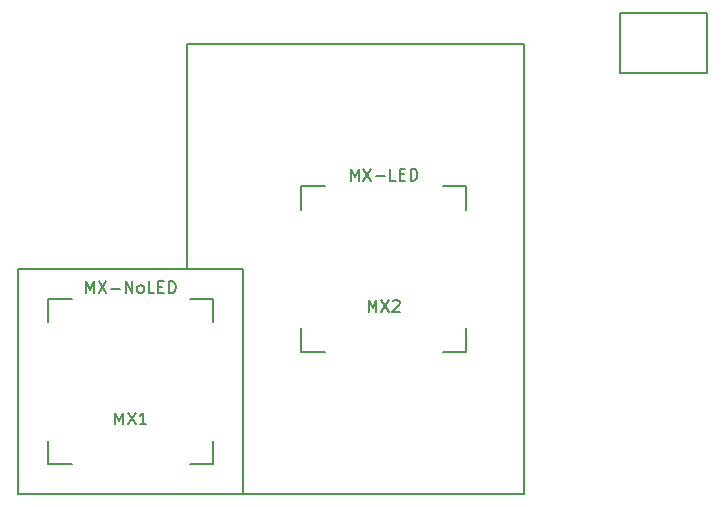
<source format=gbr>
G04 #@! TF.GenerationSoftware,KiCad,Pcbnew,(5.1.4)-1*
G04 #@! TF.CreationDate,2019-12-08T17:57:44-07:00*
G04 #@! TF.ProjectId,BAEmacropad,4241456d-6163-4726-9f70-61642e6b6963,rev?*
G04 #@! TF.SameCoordinates,Original*
G04 #@! TF.FileFunction,Drawing*
%FSLAX46Y46*%
G04 Gerber Fmt 4.6, Leading zero omitted, Abs format (unit mm)*
G04 Created by KiCad (PCBNEW (5.1.4)-1) date 2019-12-08 17:57:44*
%MOMM*%
%LPD*%
G04 APERTURE LIST*
%ADD10C,0.150000*%
%ADD11C,0.200000*%
G04 APERTURE END LIST*
D10*
X59531250Y-71437500D02*
X59531250Y-90487500D01*
X64293750Y-109537500D02*
X88106250Y-109537500D01*
X88106250Y-71437500D02*
X88106250Y-109537500D01*
X59531250Y-71437500D02*
X88106250Y-71437500D01*
X69200000Y-83487500D02*
X69200000Y-85487500D01*
X71200000Y-83487500D02*
X69200000Y-83487500D01*
X69200000Y-97487500D02*
X71200000Y-97487500D01*
X69200000Y-95487500D02*
X69200000Y-97487500D01*
X83200000Y-97487500D02*
X83200000Y-95487500D01*
X81200000Y-97487500D02*
X83200000Y-97487500D01*
X83200000Y-83487500D02*
X83200000Y-85487500D01*
X81200000Y-83487500D02*
X83200000Y-83487500D01*
X64293750Y-90487500D02*
X59531250Y-90487500D01*
X64293750Y-109537500D02*
X64293750Y-90487500D01*
X45243750Y-109537500D02*
X45243750Y-90487500D01*
X64293750Y-109537500D02*
X45243750Y-109537500D01*
X64293750Y-90487500D02*
X64293750Y-109537500D01*
X45243750Y-90487500D02*
X64293750Y-90487500D01*
X47768750Y-93012500D02*
X47768750Y-95012500D01*
X49768750Y-93012500D02*
X47768750Y-93012500D01*
X47768750Y-107012500D02*
X49768750Y-107012500D01*
X47768750Y-105012500D02*
X47768750Y-107012500D01*
X61768750Y-107012500D02*
X61768750Y-105012500D01*
X59768750Y-107012500D02*
X61768750Y-107012500D01*
X61768750Y-93012500D02*
X61768750Y-95012500D01*
X59768750Y-93012500D02*
X61768750Y-93012500D01*
D11*
X103568500Y-68802250D02*
X103568500Y-73882250D01*
X96202500Y-68802250D02*
X103568500Y-68802250D01*
X96202500Y-73882250D02*
X96202500Y-68802250D01*
X103568500Y-73882250D02*
X96202500Y-73882250D01*
D10*
X74914285Y-94114880D02*
X74914285Y-93114880D01*
X75247619Y-93829166D01*
X75580952Y-93114880D01*
X75580952Y-94114880D01*
X75961904Y-93114880D02*
X76628571Y-94114880D01*
X76628571Y-93114880D02*
X75961904Y-94114880D01*
X76961904Y-93210119D02*
X77009523Y-93162500D01*
X77104761Y-93114880D01*
X77342857Y-93114880D01*
X77438095Y-93162500D01*
X77485714Y-93210119D01*
X77533333Y-93305357D01*
X77533333Y-93400595D01*
X77485714Y-93543452D01*
X76914285Y-94114880D01*
X77533333Y-94114880D01*
X73414285Y-83002380D02*
X73414285Y-82002380D01*
X73747619Y-82716666D01*
X74080952Y-82002380D01*
X74080952Y-83002380D01*
X74461904Y-82002380D02*
X75128571Y-83002380D01*
X75128571Y-82002380D02*
X74461904Y-83002380D01*
X75509523Y-82621428D02*
X76271428Y-82621428D01*
X77223809Y-83002380D02*
X76747619Y-83002380D01*
X76747619Y-82002380D01*
X77557142Y-82478571D02*
X77890476Y-82478571D01*
X78033333Y-83002380D02*
X77557142Y-83002380D01*
X77557142Y-82002380D01*
X78033333Y-82002380D01*
X78461904Y-83002380D02*
X78461904Y-82002380D01*
X78700000Y-82002380D01*
X78842857Y-82050000D01*
X78938095Y-82145238D01*
X78985714Y-82240476D01*
X79033333Y-82430952D01*
X79033333Y-82573809D01*
X78985714Y-82764285D01*
X78938095Y-82859523D01*
X78842857Y-82954761D01*
X78700000Y-83002380D01*
X78461904Y-83002380D01*
X53483035Y-103639880D02*
X53483035Y-102639880D01*
X53816369Y-103354166D01*
X54149702Y-102639880D01*
X54149702Y-103639880D01*
X54530654Y-102639880D02*
X55197321Y-103639880D01*
X55197321Y-102639880D02*
X54530654Y-103639880D01*
X56102083Y-103639880D02*
X55530654Y-103639880D01*
X55816369Y-103639880D02*
X55816369Y-102639880D01*
X55721130Y-102782738D01*
X55625892Y-102877976D01*
X55530654Y-102925595D01*
X51006845Y-92527380D02*
X51006845Y-91527380D01*
X51340178Y-92241666D01*
X51673511Y-91527380D01*
X51673511Y-92527380D01*
X52054464Y-91527380D02*
X52721130Y-92527380D01*
X52721130Y-91527380D02*
X52054464Y-92527380D01*
X53102083Y-92146428D02*
X53863988Y-92146428D01*
X54340178Y-92527380D02*
X54340178Y-91527380D01*
X54911607Y-92527380D01*
X54911607Y-91527380D01*
X55530654Y-92527380D02*
X55435416Y-92479761D01*
X55387797Y-92432142D01*
X55340178Y-92336904D01*
X55340178Y-92051190D01*
X55387797Y-91955952D01*
X55435416Y-91908333D01*
X55530654Y-91860714D01*
X55673511Y-91860714D01*
X55768750Y-91908333D01*
X55816369Y-91955952D01*
X55863988Y-92051190D01*
X55863988Y-92336904D01*
X55816369Y-92432142D01*
X55768750Y-92479761D01*
X55673511Y-92527380D01*
X55530654Y-92527380D01*
X56768750Y-92527380D02*
X56292559Y-92527380D01*
X56292559Y-91527380D01*
X57102083Y-92003571D02*
X57435416Y-92003571D01*
X57578273Y-92527380D02*
X57102083Y-92527380D01*
X57102083Y-91527380D01*
X57578273Y-91527380D01*
X58006845Y-92527380D02*
X58006845Y-91527380D01*
X58244940Y-91527380D01*
X58387797Y-91575000D01*
X58483035Y-91670238D01*
X58530654Y-91765476D01*
X58578273Y-91955952D01*
X58578273Y-92098809D01*
X58530654Y-92289285D01*
X58483035Y-92384523D01*
X58387797Y-92479761D01*
X58244940Y-92527380D01*
X58006845Y-92527380D01*
M02*

</source>
